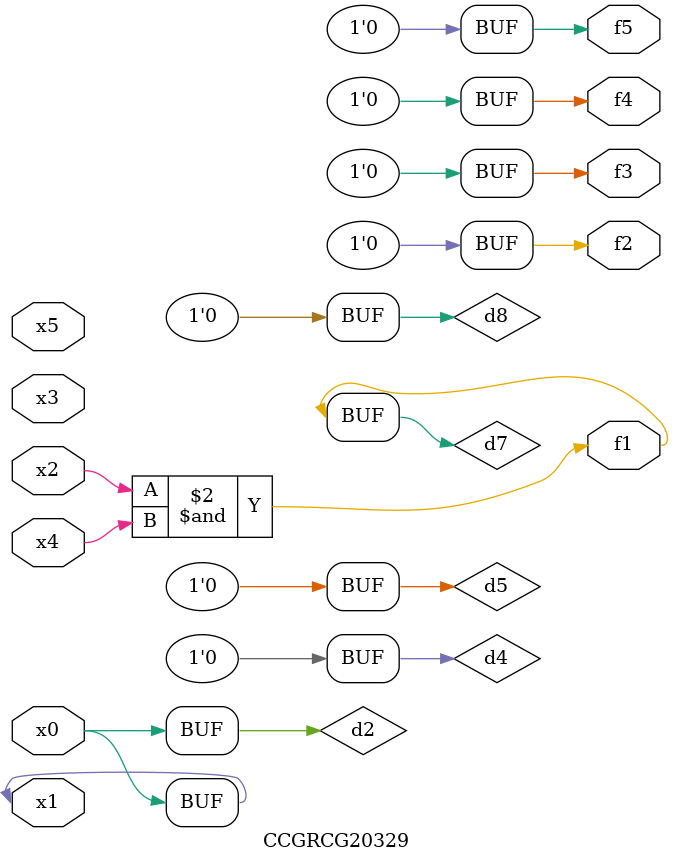
<source format=v>
module CCGRCG20329(
	input x0, x1, x2, x3, x4, x5,
	output f1, f2, f3, f4, f5
);

	wire d1, d2, d3, d4, d5, d6, d7, d8, d9;

	nand (d1, x1);
	buf (d2, x0, x1);
	nand (d3, x2, x4);
	and (d4, d1, d2);
	and (d5, d1, d2);
	nand (d6, d1, d3);
	not (d7, d3);
	xor (d8, d5);
	nor (d9, d5, d6);
	assign f1 = d7;
	assign f2 = d8;
	assign f3 = d8;
	assign f4 = d8;
	assign f5 = d8;
endmodule

</source>
